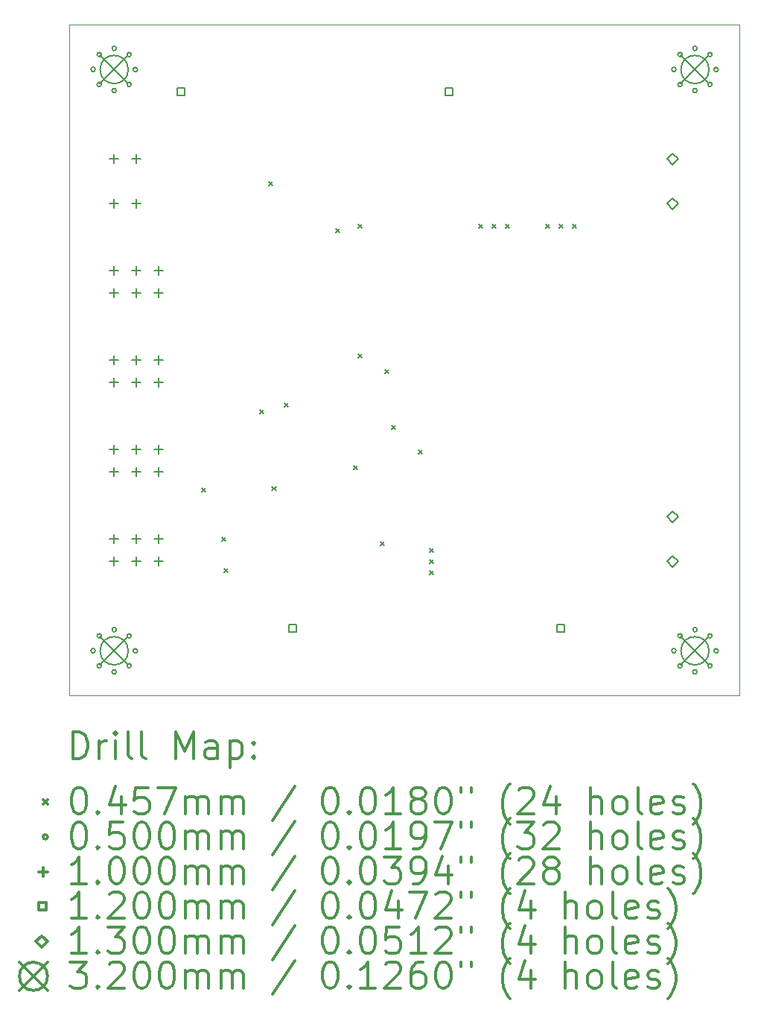
<source format=gbr>
%FSLAX45Y45*%
G04 Gerber Fmt 4.5, Leading zero omitted, Abs format (unit mm)*
G04 Created by KiCad (PCBNEW 5.1.12-84ad8e8a86~92~ubuntu16.04.1) date 2021-11-14 14:14:27*
%MOMM*%
%LPD*%
G01*
G04 APERTURE LIST*
%TA.AperFunction,Profile*%
%ADD10C,0.050000*%
%TD*%
%ADD11C,0.200000*%
%ADD12C,0.300000*%
G04 APERTURE END LIST*
D10*
X10000000Y-5380000D02*
X10000000Y-13000000D01*
X17620000Y-5380000D02*
X10000000Y-5380000D01*
X17620000Y-13000000D02*
X17620000Y-5380000D01*
X10000000Y-13000000D02*
X17620000Y-13000000D01*
D11*
X11501140Y-10640340D02*
X11546860Y-10686060D01*
X11546860Y-10640340D02*
X11501140Y-10686060D01*
X11729740Y-11199140D02*
X11775460Y-11244860D01*
X11775460Y-11199140D02*
X11729740Y-11244860D01*
X11755140Y-11554740D02*
X11800860Y-11600460D01*
X11800860Y-11554740D02*
X11755140Y-11600460D01*
X12161540Y-9751340D02*
X12207260Y-9797060D01*
X12207260Y-9751340D02*
X12161540Y-9797060D01*
X12263140Y-7160540D02*
X12308860Y-7206260D01*
X12308860Y-7160540D02*
X12263140Y-7206260D01*
X12301240Y-10627640D02*
X12346960Y-10673360D01*
X12346960Y-10627640D02*
X12301240Y-10673360D01*
X12440940Y-9675140D02*
X12486660Y-9720860D01*
X12486660Y-9675140D02*
X12440940Y-9720860D01*
X13025140Y-7693940D02*
X13070860Y-7739660D01*
X13070860Y-7693940D02*
X13025140Y-7739660D01*
X13228340Y-10386340D02*
X13274060Y-10432060D01*
X13274060Y-10386340D02*
X13228340Y-10432060D01*
X13279140Y-7643140D02*
X13324860Y-7688860D01*
X13324860Y-7643140D02*
X13279140Y-7688860D01*
X13279140Y-9116340D02*
X13324860Y-9162060D01*
X13324860Y-9116340D02*
X13279140Y-9162060D01*
X13533140Y-11249940D02*
X13578860Y-11295660D01*
X13578860Y-11249940D02*
X13533140Y-11295660D01*
X13583940Y-9294140D02*
X13629660Y-9339860D01*
X13629660Y-9294140D02*
X13583940Y-9339860D01*
X13660140Y-9929140D02*
X13705860Y-9974860D01*
X13705860Y-9929140D02*
X13660140Y-9974860D01*
X13964940Y-10208540D02*
X14010660Y-10254260D01*
X14010660Y-10208540D02*
X13964940Y-10254260D01*
X14091940Y-11326140D02*
X14137660Y-11371860D01*
X14137660Y-11326140D02*
X14091940Y-11371860D01*
X14091940Y-11453140D02*
X14137660Y-11498860D01*
X14137660Y-11453140D02*
X14091940Y-11498860D01*
X14091940Y-11580140D02*
X14137660Y-11625860D01*
X14137660Y-11580140D02*
X14091940Y-11625860D01*
X14650740Y-7643140D02*
X14696460Y-7688860D01*
X14696460Y-7643140D02*
X14650740Y-7688860D01*
X14803140Y-7643140D02*
X14848860Y-7688860D01*
X14848860Y-7643140D02*
X14803140Y-7688860D01*
X14955540Y-7643140D02*
X15001260Y-7688860D01*
X15001260Y-7643140D02*
X14955540Y-7688860D01*
X15412740Y-7643140D02*
X15458460Y-7688860D01*
X15458460Y-7643140D02*
X15412740Y-7688860D01*
X15565140Y-7643140D02*
X15610860Y-7688860D01*
X15610860Y-7643140D02*
X15565140Y-7688860D01*
X15717540Y-7643140D02*
X15763260Y-7688860D01*
X15763260Y-7643140D02*
X15717540Y-7688860D01*
X10293000Y-5888000D02*
G75*
G03*
X10293000Y-5888000I-25000J0D01*
G01*
X10293000Y-12492000D02*
G75*
G03*
X10293000Y-12492000I-25000J0D01*
G01*
X10363294Y-5718294D02*
G75*
G03*
X10363294Y-5718294I-25000J0D01*
G01*
X10363294Y-6057706D02*
G75*
G03*
X10363294Y-6057706I-25000J0D01*
G01*
X10363294Y-12322294D02*
G75*
G03*
X10363294Y-12322294I-25000J0D01*
G01*
X10363294Y-12661706D02*
G75*
G03*
X10363294Y-12661706I-25000J0D01*
G01*
X10533000Y-5648000D02*
G75*
G03*
X10533000Y-5648000I-25000J0D01*
G01*
X10533000Y-6128000D02*
G75*
G03*
X10533000Y-6128000I-25000J0D01*
G01*
X10533000Y-12252000D02*
G75*
G03*
X10533000Y-12252000I-25000J0D01*
G01*
X10533000Y-12732000D02*
G75*
G03*
X10533000Y-12732000I-25000J0D01*
G01*
X10702706Y-5718294D02*
G75*
G03*
X10702706Y-5718294I-25000J0D01*
G01*
X10702706Y-6057706D02*
G75*
G03*
X10702706Y-6057706I-25000J0D01*
G01*
X10702706Y-12322294D02*
G75*
G03*
X10702706Y-12322294I-25000J0D01*
G01*
X10702706Y-12661706D02*
G75*
G03*
X10702706Y-12661706I-25000J0D01*
G01*
X10773000Y-5888000D02*
G75*
G03*
X10773000Y-5888000I-25000J0D01*
G01*
X10773000Y-12492000D02*
G75*
G03*
X10773000Y-12492000I-25000J0D01*
G01*
X16897000Y-5888000D02*
G75*
G03*
X16897000Y-5888000I-25000J0D01*
G01*
X16897000Y-12492000D02*
G75*
G03*
X16897000Y-12492000I-25000J0D01*
G01*
X16967294Y-5718294D02*
G75*
G03*
X16967294Y-5718294I-25000J0D01*
G01*
X16967294Y-6057706D02*
G75*
G03*
X16967294Y-6057706I-25000J0D01*
G01*
X16967294Y-12322294D02*
G75*
G03*
X16967294Y-12322294I-25000J0D01*
G01*
X16967294Y-12661706D02*
G75*
G03*
X16967294Y-12661706I-25000J0D01*
G01*
X17137000Y-5648000D02*
G75*
G03*
X17137000Y-5648000I-25000J0D01*
G01*
X17137000Y-6128000D02*
G75*
G03*
X17137000Y-6128000I-25000J0D01*
G01*
X17137000Y-12252000D02*
G75*
G03*
X17137000Y-12252000I-25000J0D01*
G01*
X17137000Y-12732000D02*
G75*
G03*
X17137000Y-12732000I-25000J0D01*
G01*
X17306706Y-5718294D02*
G75*
G03*
X17306706Y-5718294I-25000J0D01*
G01*
X17306706Y-6057706D02*
G75*
G03*
X17306706Y-6057706I-25000J0D01*
G01*
X17306706Y-12322294D02*
G75*
G03*
X17306706Y-12322294I-25000J0D01*
G01*
X17306706Y-12661706D02*
G75*
G03*
X17306706Y-12661706I-25000J0D01*
G01*
X17377000Y-5888000D02*
G75*
G03*
X17377000Y-5888000I-25000J0D01*
G01*
X17377000Y-12492000D02*
G75*
G03*
X17377000Y-12492000I-25000J0D01*
G01*
X10508000Y-6854000D02*
X10508000Y-6954000D01*
X10458000Y-6904000D02*
X10558000Y-6904000D01*
X10508000Y-7362000D02*
X10508000Y-7462000D01*
X10458000Y-7412000D02*
X10558000Y-7412000D01*
X10508000Y-8124000D02*
X10508000Y-8224000D01*
X10458000Y-8174000D02*
X10558000Y-8174000D01*
X10508000Y-8378000D02*
X10508000Y-8478000D01*
X10458000Y-8428000D02*
X10558000Y-8428000D01*
X10508000Y-9140000D02*
X10508000Y-9240000D01*
X10458000Y-9190000D02*
X10558000Y-9190000D01*
X10508000Y-9394000D02*
X10508000Y-9494000D01*
X10458000Y-9444000D02*
X10558000Y-9444000D01*
X10508000Y-10156000D02*
X10508000Y-10256000D01*
X10458000Y-10206000D02*
X10558000Y-10206000D01*
X10508000Y-10410000D02*
X10508000Y-10510000D01*
X10458000Y-10460000D02*
X10558000Y-10460000D01*
X10508000Y-11172000D02*
X10508000Y-11272000D01*
X10458000Y-11222000D02*
X10558000Y-11222000D01*
X10508000Y-11426000D02*
X10508000Y-11526000D01*
X10458000Y-11476000D02*
X10558000Y-11476000D01*
X10762000Y-6854000D02*
X10762000Y-6954000D01*
X10712000Y-6904000D02*
X10812000Y-6904000D01*
X10762000Y-7362000D02*
X10762000Y-7462000D01*
X10712000Y-7412000D02*
X10812000Y-7412000D01*
X10762000Y-8124000D02*
X10762000Y-8224000D01*
X10712000Y-8174000D02*
X10812000Y-8174000D01*
X10762000Y-8378000D02*
X10762000Y-8478000D01*
X10712000Y-8428000D02*
X10812000Y-8428000D01*
X10762000Y-9140000D02*
X10762000Y-9240000D01*
X10712000Y-9190000D02*
X10812000Y-9190000D01*
X10762000Y-9394000D02*
X10762000Y-9494000D01*
X10712000Y-9444000D02*
X10812000Y-9444000D01*
X10762000Y-10156000D02*
X10762000Y-10256000D01*
X10712000Y-10206000D02*
X10812000Y-10206000D01*
X10762000Y-10410000D02*
X10762000Y-10510000D01*
X10712000Y-10460000D02*
X10812000Y-10460000D01*
X10762000Y-11172000D02*
X10762000Y-11272000D01*
X10712000Y-11222000D02*
X10812000Y-11222000D01*
X10762000Y-11426000D02*
X10762000Y-11526000D01*
X10712000Y-11476000D02*
X10812000Y-11476000D01*
X11016000Y-8124000D02*
X11016000Y-8224000D01*
X10966000Y-8174000D02*
X11066000Y-8174000D01*
X11016000Y-8378000D02*
X11016000Y-8478000D01*
X10966000Y-8428000D02*
X11066000Y-8428000D01*
X11016000Y-9140000D02*
X11016000Y-9240000D01*
X10966000Y-9190000D02*
X11066000Y-9190000D01*
X11016000Y-9394000D02*
X11016000Y-9494000D01*
X10966000Y-9444000D02*
X11066000Y-9444000D01*
X11016000Y-10156000D02*
X11016000Y-10256000D01*
X10966000Y-10206000D02*
X11066000Y-10206000D01*
X11016000Y-10410000D02*
X11016000Y-10510000D01*
X10966000Y-10460000D02*
X11066000Y-10460000D01*
X11016000Y-11172000D02*
X11016000Y-11272000D01*
X10966000Y-11222000D02*
X11066000Y-11222000D01*
X11016000Y-11426000D02*
X11016000Y-11526000D01*
X10966000Y-11476000D02*
X11066000Y-11476000D01*
X11312427Y-6184427D02*
X11312427Y-6099573D01*
X11227573Y-6099573D01*
X11227573Y-6184427D01*
X11312427Y-6184427D01*
X12582427Y-12280427D02*
X12582427Y-12195573D01*
X12497573Y-12195573D01*
X12497573Y-12280427D01*
X12582427Y-12280427D01*
X14360427Y-6184427D02*
X14360427Y-6099573D01*
X14275573Y-6099573D01*
X14275573Y-6184427D01*
X14360427Y-6184427D01*
X15630427Y-12280427D02*
X15630427Y-12195573D01*
X15545573Y-12195573D01*
X15545573Y-12280427D01*
X15630427Y-12280427D01*
X16858000Y-6969000D02*
X16923000Y-6904000D01*
X16858000Y-6839000D01*
X16793000Y-6904000D01*
X16858000Y-6969000D01*
X16858000Y-7477000D02*
X16923000Y-7412000D01*
X16858000Y-7347000D01*
X16793000Y-7412000D01*
X16858000Y-7477000D01*
X16858000Y-11033000D02*
X16923000Y-10968000D01*
X16858000Y-10903000D01*
X16793000Y-10968000D01*
X16858000Y-11033000D01*
X16858000Y-11541000D02*
X16923000Y-11476000D01*
X16858000Y-11411000D01*
X16793000Y-11476000D01*
X16858000Y-11541000D01*
X10348000Y-5728000D02*
X10668000Y-6048000D01*
X10668000Y-5728000D02*
X10348000Y-6048000D01*
X10668000Y-5888000D02*
G75*
G03*
X10668000Y-5888000I-160000J0D01*
G01*
X10348000Y-12332000D02*
X10668000Y-12652000D01*
X10668000Y-12332000D02*
X10348000Y-12652000D01*
X10668000Y-12492000D02*
G75*
G03*
X10668000Y-12492000I-160000J0D01*
G01*
X16952000Y-5728000D02*
X17272000Y-6048000D01*
X17272000Y-5728000D02*
X16952000Y-6048000D01*
X17272000Y-5888000D02*
G75*
G03*
X17272000Y-5888000I-160000J0D01*
G01*
X16952000Y-12332000D02*
X17272000Y-12652000D01*
X17272000Y-12332000D02*
X16952000Y-12652000D01*
X17272000Y-12492000D02*
G75*
G03*
X17272000Y-12492000I-160000J0D01*
G01*
D12*
X10036429Y-13715714D02*
X10036429Y-13415714D01*
X10107857Y-13415714D01*
X10150714Y-13430000D01*
X10179286Y-13458571D01*
X10193571Y-13487143D01*
X10207857Y-13544286D01*
X10207857Y-13587143D01*
X10193571Y-13644286D01*
X10179286Y-13672857D01*
X10150714Y-13701428D01*
X10107857Y-13715714D01*
X10036429Y-13715714D01*
X10336429Y-13715714D02*
X10336429Y-13515714D01*
X10336429Y-13572857D02*
X10350714Y-13544286D01*
X10365000Y-13530000D01*
X10393571Y-13515714D01*
X10422143Y-13515714D01*
X10522143Y-13715714D02*
X10522143Y-13515714D01*
X10522143Y-13415714D02*
X10507857Y-13430000D01*
X10522143Y-13444286D01*
X10536429Y-13430000D01*
X10522143Y-13415714D01*
X10522143Y-13444286D01*
X10707857Y-13715714D02*
X10679286Y-13701428D01*
X10665000Y-13672857D01*
X10665000Y-13415714D01*
X10865000Y-13715714D02*
X10836429Y-13701428D01*
X10822143Y-13672857D01*
X10822143Y-13415714D01*
X11207857Y-13715714D02*
X11207857Y-13415714D01*
X11307857Y-13630000D01*
X11407857Y-13415714D01*
X11407857Y-13715714D01*
X11679286Y-13715714D02*
X11679286Y-13558571D01*
X11665000Y-13530000D01*
X11636428Y-13515714D01*
X11579286Y-13515714D01*
X11550714Y-13530000D01*
X11679286Y-13701428D02*
X11650714Y-13715714D01*
X11579286Y-13715714D01*
X11550714Y-13701428D01*
X11536428Y-13672857D01*
X11536428Y-13644286D01*
X11550714Y-13615714D01*
X11579286Y-13601428D01*
X11650714Y-13601428D01*
X11679286Y-13587143D01*
X11822143Y-13515714D02*
X11822143Y-13815714D01*
X11822143Y-13530000D02*
X11850714Y-13515714D01*
X11907857Y-13515714D01*
X11936428Y-13530000D01*
X11950714Y-13544286D01*
X11965000Y-13572857D01*
X11965000Y-13658571D01*
X11950714Y-13687143D01*
X11936428Y-13701428D01*
X11907857Y-13715714D01*
X11850714Y-13715714D01*
X11822143Y-13701428D01*
X12093571Y-13687143D02*
X12107857Y-13701428D01*
X12093571Y-13715714D01*
X12079286Y-13701428D01*
X12093571Y-13687143D01*
X12093571Y-13715714D01*
X12093571Y-13530000D02*
X12107857Y-13544286D01*
X12093571Y-13558571D01*
X12079286Y-13544286D01*
X12093571Y-13530000D01*
X12093571Y-13558571D01*
X9704280Y-14187140D02*
X9750000Y-14232860D01*
X9750000Y-14187140D02*
X9704280Y-14232860D01*
X10093571Y-14045714D02*
X10122143Y-14045714D01*
X10150714Y-14060000D01*
X10165000Y-14074286D01*
X10179286Y-14102857D01*
X10193571Y-14160000D01*
X10193571Y-14231428D01*
X10179286Y-14288571D01*
X10165000Y-14317143D01*
X10150714Y-14331428D01*
X10122143Y-14345714D01*
X10093571Y-14345714D01*
X10065000Y-14331428D01*
X10050714Y-14317143D01*
X10036429Y-14288571D01*
X10022143Y-14231428D01*
X10022143Y-14160000D01*
X10036429Y-14102857D01*
X10050714Y-14074286D01*
X10065000Y-14060000D01*
X10093571Y-14045714D01*
X10322143Y-14317143D02*
X10336429Y-14331428D01*
X10322143Y-14345714D01*
X10307857Y-14331428D01*
X10322143Y-14317143D01*
X10322143Y-14345714D01*
X10593571Y-14145714D02*
X10593571Y-14345714D01*
X10522143Y-14031428D02*
X10450714Y-14245714D01*
X10636429Y-14245714D01*
X10893571Y-14045714D02*
X10750714Y-14045714D01*
X10736429Y-14188571D01*
X10750714Y-14174286D01*
X10779286Y-14160000D01*
X10850714Y-14160000D01*
X10879286Y-14174286D01*
X10893571Y-14188571D01*
X10907857Y-14217143D01*
X10907857Y-14288571D01*
X10893571Y-14317143D01*
X10879286Y-14331428D01*
X10850714Y-14345714D01*
X10779286Y-14345714D01*
X10750714Y-14331428D01*
X10736429Y-14317143D01*
X11007857Y-14045714D02*
X11207857Y-14045714D01*
X11079286Y-14345714D01*
X11322143Y-14345714D02*
X11322143Y-14145714D01*
X11322143Y-14174286D02*
X11336428Y-14160000D01*
X11365000Y-14145714D01*
X11407857Y-14145714D01*
X11436428Y-14160000D01*
X11450714Y-14188571D01*
X11450714Y-14345714D01*
X11450714Y-14188571D02*
X11465000Y-14160000D01*
X11493571Y-14145714D01*
X11536428Y-14145714D01*
X11565000Y-14160000D01*
X11579286Y-14188571D01*
X11579286Y-14345714D01*
X11722143Y-14345714D02*
X11722143Y-14145714D01*
X11722143Y-14174286D02*
X11736428Y-14160000D01*
X11765000Y-14145714D01*
X11807857Y-14145714D01*
X11836428Y-14160000D01*
X11850714Y-14188571D01*
X11850714Y-14345714D01*
X11850714Y-14188571D02*
X11865000Y-14160000D01*
X11893571Y-14145714D01*
X11936428Y-14145714D01*
X11965000Y-14160000D01*
X11979286Y-14188571D01*
X11979286Y-14345714D01*
X12565000Y-14031428D02*
X12307857Y-14417143D01*
X12950714Y-14045714D02*
X12979286Y-14045714D01*
X13007857Y-14060000D01*
X13022143Y-14074286D01*
X13036428Y-14102857D01*
X13050714Y-14160000D01*
X13050714Y-14231428D01*
X13036428Y-14288571D01*
X13022143Y-14317143D01*
X13007857Y-14331428D01*
X12979286Y-14345714D01*
X12950714Y-14345714D01*
X12922143Y-14331428D01*
X12907857Y-14317143D01*
X12893571Y-14288571D01*
X12879286Y-14231428D01*
X12879286Y-14160000D01*
X12893571Y-14102857D01*
X12907857Y-14074286D01*
X12922143Y-14060000D01*
X12950714Y-14045714D01*
X13179286Y-14317143D02*
X13193571Y-14331428D01*
X13179286Y-14345714D01*
X13165000Y-14331428D01*
X13179286Y-14317143D01*
X13179286Y-14345714D01*
X13379286Y-14045714D02*
X13407857Y-14045714D01*
X13436428Y-14060000D01*
X13450714Y-14074286D01*
X13465000Y-14102857D01*
X13479286Y-14160000D01*
X13479286Y-14231428D01*
X13465000Y-14288571D01*
X13450714Y-14317143D01*
X13436428Y-14331428D01*
X13407857Y-14345714D01*
X13379286Y-14345714D01*
X13350714Y-14331428D01*
X13336428Y-14317143D01*
X13322143Y-14288571D01*
X13307857Y-14231428D01*
X13307857Y-14160000D01*
X13322143Y-14102857D01*
X13336428Y-14074286D01*
X13350714Y-14060000D01*
X13379286Y-14045714D01*
X13765000Y-14345714D02*
X13593571Y-14345714D01*
X13679286Y-14345714D02*
X13679286Y-14045714D01*
X13650714Y-14088571D01*
X13622143Y-14117143D01*
X13593571Y-14131428D01*
X13936428Y-14174286D02*
X13907857Y-14160000D01*
X13893571Y-14145714D01*
X13879286Y-14117143D01*
X13879286Y-14102857D01*
X13893571Y-14074286D01*
X13907857Y-14060000D01*
X13936428Y-14045714D01*
X13993571Y-14045714D01*
X14022143Y-14060000D01*
X14036428Y-14074286D01*
X14050714Y-14102857D01*
X14050714Y-14117143D01*
X14036428Y-14145714D01*
X14022143Y-14160000D01*
X13993571Y-14174286D01*
X13936428Y-14174286D01*
X13907857Y-14188571D01*
X13893571Y-14202857D01*
X13879286Y-14231428D01*
X13879286Y-14288571D01*
X13893571Y-14317143D01*
X13907857Y-14331428D01*
X13936428Y-14345714D01*
X13993571Y-14345714D01*
X14022143Y-14331428D01*
X14036428Y-14317143D01*
X14050714Y-14288571D01*
X14050714Y-14231428D01*
X14036428Y-14202857D01*
X14022143Y-14188571D01*
X13993571Y-14174286D01*
X14236428Y-14045714D02*
X14265000Y-14045714D01*
X14293571Y-14060000D01*
X14307857Y-14074286D01*
X14322143Y-14102857D01*
X14336428Y-14160000D01*
X14336428Y-14231428D01*
X14322143Y-14288571D01*
X14307857Y-14317143D01*
X14293571Y-14331428D01*
X14265000Y-14345714D01*
X14236428Y-14345714D01*
X14207857Y-14331428D01*
X14193571Y-14317143D01*
X14179286Y-14288571D01*
X14165000Y-14231428D01*
X14165000Y-14160000D01*
X14179286Y-14102857D01*
X14193571Y-14074286D01*
X14207857Y-14060000D01*
X14236428Y-14045714D01*
X14450714Y-14045714D02*
X14450714Y-14102857D01*
X14565000Y-14045714D02*
X14565000Y-14102857D01*
X15007857Y-14460000D02*
X14993571Y-14445714D01*
X14965000Y-14402857D01*
X14950714Y-14374286D01*
X14936428Y-14331428D01*
X14922143Y-14260000D01*
X14922143Y-14202857D01*
X14936428Y-14131428D01*
X14950714Y-14088571D01*
X14965000Y-14060000D01*
X14993571Y-14017143D01*
X15007857Y-14002857D01*
X15107857Y-14074286D02*
X15122143Y-14060000D01*
X15150714Y-14045714D01*
X15222143Y-14045714D01*
X15250714Y-14060000D01*
X15265000Y-14074286D01*
X15279286Y-14102857D01*
X15279286Y-14131428D01*
X15265000Y-14174286D01*
X15093571Y-14345714D01*
X15279286Y-14345714D01*
X15536428Y-14145714D02*
X15536428Y-14345714D01*
X15465000Y-14031428D02*
X15393571Y-14245714D01*
X15579286Y-14245714D01*
X15922143Y-14345714D02*
X15922143Y-14045714D01*
X16050714Y-14345714D02*
X16050714Y-14188571D01*
X16036428Y-14160000D01*
X16007857Y-14145714D01*
X15965000Y-14145714D01*
X15936428Y-14160000D01*
X15922143Y-14174286D01*
X16236428Y-14345714D02*
X16207857Y-14331428D01*
X16193571Y-14317143D01*
X16179286Y-14288571D01*
X16179286Y-14202857D01*
X16193571Y-14174286D01*
X16207857Y-14160000D01*
X16236428Y-14145714D01*
X16279286Y-14145714D01*
X16307857Y-14160000D01*
X16322143Y-14174286D01*
X16336428Y-14202857D01*
X16336428Y-14288571D01*
X16322143Y-14317143D01*
X16307857Y-14331428D01*
X16279286Y-14345714D01*
X16236428Y-14345714D01*
X16507857Y-14345714D02*
X16479286Y-14331428D01*
X16465000Y-14302857D01*
X16465000Y-14045714D01*
X16736428Y-14331428D02*
X16707857Y-14345714D01*
X16650714Y-14345714D01*
X16622143Y-14331428D01*
X16607857Y-14302857D01*
X16607857Y-14188571D01*
X16622143Y-14160000D01*
X16650714Y-14145714D01*
X16707857Y-14145714D01*
X16736428Y-14160000D01*
X16750714Y-14188571D01*
X16750714Y-14217143D01*
X16607857Y-14245714D01*
X16865000Y-14331428D02*
X16893571Y-14345714D01*
X16950714Y-14345714D01*
X16979286Y-14331428D01*
X16993571Y-14302857D01*
X16993571Y-14288571D01*
X16979286Y-14260000D01*
X16950714Y-14245714D01*
X16907857Y-14245714D01*
X16879286Y-14231428D01*
X16865000Y-14202857D01*
X16865000Y-14188571D01*
X16879286Y-14160000D01*
X16907857Y-14145714D01*
X16950714Y-14145714D01*
X16979286Y-14160000D01*
X17093571Y-14460000D02*
X17107857Y-14445714D01*
X17136429Y-14402857D01*
X17150714Y-14374286D01*
X17165000Y-14331428D01*
X17179286Y-14260000D01*
X17179286Y-14202857D01*
X17165000Y-14131428D01*
X17150714Y-14088571D01*
X17136429Y-14060000D01*
X17107857Y-14017143D01*
X17093571Y-14002857D01*
X9750000Y-14606000D02*
G75*
G03*
X9750000Y-14606000I-25000J0D01*
G01*
X10093571Y-14441714D02*
X10122143Y-14441714D01*
X10150714Y-14456000D01*
X10165000Y-14470286D01*
X10179286Y-14498857D01*
X10193571Y-14556000D01*
X10193571Y-14627428D01*
X10179286Y-14684571D01*
X10165000Y-14713143D01*
X10150714Y-14727428D01*
X10122143Y-14741714D01*
X10093571Y-14741714D01*
X10065000Y-14727428D01*
X10050714Y-14713143D01*
X10036429Y-14684571D01*
X10022143Y-14627428D01*
X10022143Y-14556000D01*
X10036429Y-14498857D01*
X10050714Y-14470286D01*
X10065000Y-14456000D01*
X10093571Y-14441714D01*
X10322143Y-14713143D02*
X10336429Y-14727428D01*
X10322143Y-14741714D01*
X10307857Y-14727428D01*
X10322143Y-14713143D01*
X10322143Y-14741714D01*
X10607857Y-14441714D02*
X10465000Y-14441714D01*
X10450714Y-14584571D01*
X10465000Y-14570286D01*
X10493571Y-14556000D01*
X10565000Y-14556000D01*
X10593571Y-14570286D01*
X10607857Y-14584571D01*
X10622143Y-14613143D01*
X10622143Y-14684571D01*
X10607857Y-14713143D01*
X10593571Y-14727428D01*
X10565000Y-14741714D01*
X10493571Y-14741714D01*
X10465000Y-14727428D01*
X10450714Y-14713143D01*
X10807857Y-14441714D02*
X10836429Y-14441714D01*
X10865000Y-14456000D01*
X10879286Y-14470286D01*
X10893571Y-14498857D01*
X10907857Y-14556000D01*
X10907857Y-14627428D01*
X10893571Y-14684571D01*
X10879286Y-14713143D01*
X10865000Y-14727428D01*
X10836429Y-14741714D01*
X10807857Y-14741714D01*
X10779286Y-14727428D01*
X10765000Y-14713143D01*
X10750714Y-14684571D01*
X10736429Y-14627428D01*
X10736429Y-14556000D01*
X10750714Y-14498857D01*
X10765000Y-14470286D01*
X10779286Y-14456000D01*
X10807857Y-14441714D01*
X11093571Y-14441714D02*
X11122143Y-14441714D01*
X11150714Y-14456000D01*
X11165000Y-14470286D01*
X11179286Y-14498857D01*
X11193571Y-14556000D01*
X11193571Y-14627428D01*
X11179286Y-14684571D01*
X11165000Y-14713143D01*
X11150714Y-14727428D01*
X11122143Y-14741714D01*
X11093571Y-14741714D01*
X11065000Y-14727428D01*
X11050714Y-14713143D01*
X11036429Y-14684571D01*
X11022143Y-14627428D01*
X11022143Y-14556000D01*
X11036429Y-14498857D01*
X11050714Y-14470286D01*
X11065000Y-14456000D01*
X11093571Y-14441714D01*
X11322143Y-14741714D02*
X11322143Y-14541714D01*
X11322143Y-14570286D02*
X11336428Y-14556000D01*
X11365000Y-14541714D01*
X11407857Y-14541714D01*
X11436428Y-14556000D01*
X11450714Y-14584571D01*
X11450714Y-14741714D01*
X11450714Y-14584571D02*
X11465000Y-14556000D01*
X11493571Y-14541714D01*
X11536428Y-14541714D01*
X11565000Y-14556000D01*
X11579286Y-14584571D01*
X11579286Y-14741714D01*
X11722143Y-14741714D02*
X11722143Y-14541714D01*
X11722143Y-14570286D02*
X11736428Y-14556000D01*
X11765000Y-14541714D01*
X11807857Y-14541714D01*
X11836428Y-14556000D01*
X11850714Y-14584571D01*
X11850714Y-14741714D01*
X11850714Y-14584571D02*
X11865000Y-14556000D01*
X11893571Y-14541714D01*
X11936428Y-14541714D01*
X11965000Y-14556000D01*
X11979286Y-14584571D01*
X11979286Y-14741714D01*
X12565000Y-14427428D02*
X12307857Y-14813143D01*
X12950714Y-14441714D02*
X12979286Y-14441714D01*
X13007857Y-14456000D01*
X13022143Y-14470286D01*
X13036428Y-14498857D01*
X13050714Y-14556000D01*
X13050714Y-14627428D01*
X13036428Y-14684571D01*
X13022143Y-14713143D01*
X13007857Y-14727428D01*
X12979286Y-14741714D01*
X12950714Y-14741714D01*
X12922143Y-14727428D01*
X12907857Y-14713143D01*
X12893571Y-14684571D01*
X12879286Y-14627428D01*
X12879286Y-14556000D01*
X12893571Y-14498857D01*
X12907857Y-14470286D01*
X12922143Y-14456000D01*
X12950714Y-14441714D01*
X13179286Y-14713143D02*
X13193571Y-14727428D01*
X13179286Y-14741714D01*
X13165000Y-14727428D01*
X13179286Y-14713143D01*
X13179286Y-14741714D01*
X13379286Y-14441714D02*
X13407857Y-14441714D01*
X13436428Y-14456000D01*
X13450714Y-14470286D01*
X13465000Y-14498857D01*
X13479286Y-14556000D01*
X13479286Y-14627428D01*
X13465000Y-14684571D01*
X13450714Y-14713143D01*
X13436428Y-14727428D01*
X13407857Y-14741714D01*
X13379286Y-14741714D01*
X13350714Y-14727428D01*
X13336428Y-14713143D01*
X13322143Y-14684571D01*
X13307857Y-14627428D01*
X13307857Y-14556000D01*
X13322143Y-14498857D01*
X13336428Y-14470286D01*
X13350714Y-14456000D01*
X13379286Y-14441714D01*
X13765000Y-14741714D02*
X13593571Y-14741714D01*
X13679286Y-14741714D02*
X13679286Y-14441714D01*
X13650714Y-14484571D01*
X13622143Y-14513143D01*
X13593571Y-14527428D01*
X13907857Y-14741714D02*
X13965000Y-14741714D01*
X13993571Y-14727428D01*
X14007857Y-14713143D01*
X14036428Y-14670286D01*
X14050714Y-14613143D01*
X14050714Y-14498857D01*
X14036428Y-14470286D01*
X14022143Y-14456000D01*
X13993571Y-14441714D01*
X13936428Y-14441714D01*
X13907857Y-14456000D01*
X13893571Y-14470286D01*
X13879286Y-14498857D01*
X13879286Y-14570286D01*
X13893571Y-14598857D01*
X13907857Y-14613143D01*
X13936428Y-14627428D01*
X13993571Y-14627428D01*
X14022143Y-14613143D01*
X14036428Y-14598857D01*
X14050714Y-14570286D01*
X14150714Y-14441714D02*
X14350714Y-14441714D01*
X14222143Y-14741714D01*
X14450714Y-14441714D02*
X14450714Y-14498857D01*
X14565000Y-14441714D02*
X14565000Y-14498857D01*
X15007857Y-14856000D02*
X14993571Y-14841714D01*
X14965000Y-14798857D01*
X14950714Y-14770286D01*
X14936428Y-14727428D01*
X14922143Y-14656000D01*
X14922143Y-14598857D01*
X14936428Y-14527428D01*
X14950714Y-14484571D01*
X14965000Y-14456000D01*
X14993571Y-14413143D01*
X15007857Y-14398857D01*
X15093571Y-14441714D02*
X15279286Y-14441714D01*
X15179286Y-14556000D01*
X15222143Y-14556000D01*
X15250714Y-14570286D01*
X15265000Y-14584571D01*
X15279286Y-14613143D01*
X15279286Y-14684571D01*
X15265000Y-14713143D01*
X15250714Y-14727428D01*
X15222143Y-14741714D01*
X15136428Y-14741714D01*
X15107857Y-14727428D01*
X15093571Y-14713143D01*
X15393571Y-14470286D02*
X15407857Y-14456000D01*
X15436428Y-14441714D01*
X15507857Y-14441714D01*
X15536428Y-14456000D01*
X15550714Y-14470286D01*
X15565000Y-14498857D01*
X15565000Y-14527428D01*
X15550714Y-14570286D01*
X15379286Y-14741714D01*
X15565000Y-14741714D01*
X15922143Y-14741714D02*
X15922143Y-14441714D01*
X16050714Y-14741714D02*
X16050714Y-14584571D01*
X16036428Y-14556000D01*
X16007857Y-14541714D01*
X15965000Y-14541714D01*
X15936428Y-14556000D01*
X15922143Y-14570286D01*
X16236428Y-14741714D02*
X16207857Y-14727428D01*
X16193571Y-14713143D01*
X16179286Y-14684571D01*
X16179286Y-14598857D01*
X16193571Y-14570286D01*
X16207857Y-14556000D01*
X16236428Y-14541714D01*
X16279286Y-14541714D01*
X16307857Y-14556000D01*
X16322143Y-14570286D01*
X16336428Y-14598857D01*
X16336428Y-14684571D01*
X16322143Y-14713143D01*
X16307857Y-14727428D01*
X16279286Y-14741714D01*
X16236428Y-14741714D01*
X16507857Y-14741714D02*
X16479286Y-14727428D01*
X16465000Y-14698857D01*
X16465000Y-14441714D01*
X16736428Y-14727428D02*
X16707857Y-14741714D01*
X16650714Y-14741714D01*
X16622143Y-14727428D01*
X16607857Y-14698857D01*
X16607857Y-14584571D01*
X16622143Y-14556000D01*
X16650714Y-14541714D01*
X16707857Y-14541714D01*
X16736428Y-14556000D01*
X16750714Y-14584571D01*
X16750714Y-14613143D01*
X16607857Y-14641714D01*
X16865000Y-14727428D02*
X16893571Y-14741714D01*
X16950714Y-14741714D01*
X16979286Y-14727428D01*
X16993571Y-14698857D01*
X16993571Y-14684571D01*
X16979286Y-14656000D01*
X16950714Y-14641714D01*
X16907857Y-14641714D01*
X16879286Y-14627428D01*
X16865000Y-14598857D01*
X16865000Y-14584571D01*
X16879286Y-14556000D01*
X16907857Y-14541714D01*
X16950714Y-14541714D01*
X16979286Y-14556000D01*
X17093571Y-14856000D02*
X17107857Y-14841714D01*
X17136429Y-14798857D01*
X17150714Y-14770286D01*
X17165000Y-14727428D01*
X17179286Y-14656000D01*
X17179286Y-14598857D01*
X17165000Y-14527428D01*
X17150714Y-14484571D01*
X17136429Y-14456000D01*
X17107857Y-14413143D01*
X17093571Y-14398857D01*
X9700000Y-14952000D02*
X9700000Y-15052000D01*
X9650000Y-15002000D02*
X9750000Y-15002000D01*
X10193571Y-15137714D02*
X10022143Y-15137714D01*
X10107857Y-15137714D02*
X10107857Y-14837714D01*
X10079286Y-14880571D01*
X10050714Y-14909143D01*
X10022143Y-14923428D01*
X10322143Y-15109143D02*
X10336429Y-15123428D01*
X10322143Y-15137714D01*
X10307857Y-15123428D01*
X10322143Y-15109143D01*
X10322143Y-15137714D01*
X10522143Y-14837714D02*
X10550714Y-14837714D01*
X10579286Y-14852000D01*
X10593571Y-14866286D01*
X10607857Y-14894857D01*
X10622143Y-14952000D01*
X10622143Y-15023428D01*
X10607857Y-15080571D01*
X10593571Y-15109143D01*
X10579286Y-15123428D01*
X10550714Y-15137714D01*
X10522143Y-15137714D01*
X10493571Y-15123428D01*
X10479286Y-15109143D01*
X10465000Y-15080571D01*
X10450714Y-15023428D01*
X10450714Y-14952000D01*
X10465000Y-14894857D01*
X10479286Y-14866286D01*
X10493571Y-14852000D01*
X10522143Y-14837714D01*
X10807857Y-14837714D02*
X10836429Y-14837714D01*
X10865000Y-14852000D01*
X10879286Y-14866286D01*
X10893571Y-14894857D01*
X10907857Y-14952000D01*
X10907857Y-15023428D01*
X10893571Y-15080571D01*
X10879286Y-15109143D01*
X10865000Y-15123428D01*
X10836429Y-15137714D01*
X10807857Y-15137714D01*
X10779286Y-15123428D01*
X10765000Y-15109143D01*
X10750714Y-15080571D01*
X10736429Y-15023428D01*
X10736429Y-14952000D01*
X10750714Y-14894857D01*
X10765000Y-14866286D01*
X10779286Y-14852000D01*
X10807857Y-14837714D01*
X11093571Y-14837714D02*
X11122143Y-14837714D01*
X11150714Y-14852000D01*
X11165000Y-14866286D01*
X11179286Y-14894857D01*
X11193571Y-14952000D01*
X11193571Y-15023428D01*
X11179286Y-15080571D01*
X11165000Y-15109143D01*
X11150714Y-15123428D01*
X11122143Y-15137714D01*
X11093571Y-15137714D01*
X11065000Y-15123428D01*
X11050714Y-15109143D01*
X11036429Y-15080571D01*
X11022143Y-15023428D01*
X11022143Y-14952000D01*
X11036429Y-14894857D01*
X11050714Y-14866286D01*
X11065000Y-14852000D01*
X11093571Y-14837714D01*
X11322143Y-15137714D02*
X11322143Y-14937714D01*
X11322143Y-14966286D02*
X11336428Y-14952000D01*
X11365000Y-14937714D01*
X11407857Y-14937714D01*
X11436428Y-14952000D01*
X11450714Y-14980571D01*
X11450714Y-15137714D01*
X11450714Y-14980571D02*
X11465000Y-14952000D01*
X11493571Y-14937714D01*
X11536428Y-14937714D01*
X11565000Y-14952000D01*
X11579286Y-14980571D01*
X11579286Y-15137714D01*
X11722143Y-15137714D02*
X11722143Y-14937714D01*
X11722143Y-14966286D02*
X11736428Y-14952000D01*
X11765000Y-14937714D01*
X11807857Y-14937714D01*
X11836428Y-14952000D01*
X11850714Y-14980571D01*
X11850714Y-15137714D01*
X11850714Y-14980571D02*
X11865000Y-14952000D01*
X11893571Y-14937714D01*
X11936428Y-14937714D01*
X11965000Y-14952000D01*
X11979286Y-14980571D01*
X11979286Y-15137714D01*
X12565000Y-14823428D02*
X12307857Y-15209143D01*
X12950714Y-14837714D02*
X12979286Y-14837714D01*
X13007857Y-14852000D01*
X13022143Y-14866286D01*
X13036428Y-14894857D01*
X13050714Y-14952000D01*
X13050714Y-15023428D01*
X13036428Y-15080571D01*
X13022143Y-15109143D01*
X13007857Y-15123428D01*
X12979286Y-15137714D01*
X12950714Y-15137714D01*
X12922143Y-15123428D01*
X12907857Y-15109143D01*
X12893571Y-15080571D01*
X12879286Y-15023428D01*
X12879286Y-14952000D01*
X12893571Y-14894857D01*
X12907857Y-14866286D01*
X12922143Y-14852000D01*
X12950714Y-14837714D01*
X13179286Y-15109143D02*
X13193571Y-15123428D01*
X13179286Y-15137714D01*
X13165000Y-15123428D01*
X13179286Y-15109143D01*
X13179286Y-15137714D01*
X13379286Y-14837714D02*
X13407857Y-14837714D01*
X13436428Y-14852000D01*
X13450714Y-14866286D01*
X13465000Y-14894857D01*
X13479286Y-14952000D01*
X13479286Y-15023428D01*
X13465000Y-15080571D01*
X13450714Y-15109143D01*
X13436428Y-15123428D01*
X13407857Y-15137714D01*
X13379286Y-15137714D01*
X13350714Y-15123428D01*
X13336428Y-15109143D01*
X13322143Y-15080571D01*
X13307857Y-15023428D01*
X13307857Y-14952000D01*
X13322143Y-14894857D01*
X13336428Y-14866286D01*
X13350714Y-14852000D01*
X13379286Y-14837714D01*
X13579286Y-14837714D02*
X13765000Y-14837714D01*
X13665000Y-14952000D01*
X13707857Y-14952000D01*
X13736428Y-14966286D01*
X13750714Y-14980571D01*
X13765000Y-15009143D01*
X13765000Y-15080571D01*
X13750714Y-15109143D01*
X13736428Y-15123428D01*
X13707857Y-15137714D01*
X13622143Y-15137714D01*
X13593571Y-15123428D01*
X13579286Y-15109143D01*
X13907857Y-15137714D02*
X13965000Y-15137714D01*
X13993571Y-15123428D01*
X14007857Y-15109143D01*
X14036428Y-15066286D01*
X14050714Y-15009143D01*
X14050714Y-14894857D01*
X14036428Y-14866286D01*
X14022143Y-14852000D01*
X13993571Y-14837714D01*
X13936428Y-14837714D01*
X13907857Y-14852000D01*
X13893571Y-14866286D01*
X13879286Y-14894857D01*
X13879286Y-14966286D01*
X13893571Y-14994857D01*
X13907857Y-15009143D01*
X13936428Y-15023428D01*
X13993571Y-15023428D01*
X14022143Y-15009143D01*
X14036428Y-14994857D01*
X14050714Y-14966286D01*
X14307857Y-14937714D02*
X14307857Y-15137714D01*
X14236428Y-14823428D02*
X14165000Y-15037714D01*
X14350714Y-15037714D01*
X14450714Y-14837714D02*
X14450714Y-14894857D01*
X14565000Y-14837714D02*
X14565000Y-14894857D01*
X15007857Y-15252000D02*
X14993571Y-15237714D01*
X14965000Y-15194857D01*
X14950714Y-15166286D01*
X14936428Y-15123428D01*
X14922143Y-15052000D01*
X14922143Y-14994857D01*
X14936428Y-14923428D01*
X14950714Y-14880571D01*
X14965000Y-14852000D01*
X14993571Y-14809143D01*
X15007857Y-14794857D01*
X15107857Y-14866286D02*
X15122143Y-14852000D01*
X15150714Y-14837714D01*
X15222143Y-14837714D01*
X15250714Y-14852000D01*
X15265000Y-14866286D01*
X15279286Y-14894857D01*
X15279286Y-14923428D01*
X15265000Y-14966286D01*
X15093571Y-15137714D01*
X15279286Y-15137714D01*
X15450714Y-14966286D02*
X15422143Y-14952000D01*
X15407857Y-14937714D01*
X15393571Y-14909143D01*
X15393571Y-14894857D01*
X15407857Y-14866286D01*
X15422143Y-14852000D01*
X15450714Y-14837714D01*
X15507857Y-14837714D01*
X15536428Y-14852000D01*
X15550714Y-14866286D01*
X15565000Y-14894857D01*
X15565000Y-14909143D01*
X15550714Y-14937714D01*
X15536428Y-14952000D01*
X15507857Y-14966286D01*
X15450714Y-14966286D01*
X15422143Y-14980571D01*
X15407857Y-14994857D01*
X15393571Y-15023428D01*
X15393571Y-15080571D01*
X15407857Y-15109143D01*
X15422143Y-15123428D01*
X15450714Y-15137714D01*
X15507857Y-15137714D01*
X15536428Y-15123428D01*
X15550714Y-15109143D01*
X15565000Y-15080571D01*
X15565000Y-15023428D01*
X15550714Y-14994857D01*
X15536428Y-14980571D01*
X15507857Y-14966286D01*
X15922143Y-15137714D02*
X15922143Y-14837714D01*
X16050714Y-15137714D02*
X16050714Y-14980571D01*
X16036428Y-14952000D01*
X16007857Y-14937714D01*
X15965000Y-14937714D01*
X15936428Y-14952000D01*
X15922143Y-14966286D01*
X16236428Y-15137714D02*
X16207857Y-15123428D01*
X16193571Y-15109143D01*
X16179286Y-15080571D01*
X16179286Y-14994857D01*
X16193571Y-14966286D01*
X16207857Y-14952000D01*
X16236428Y-14937714D01*
X16279286Y-14937714D01*
X16307857Y-14952000D01*
X16322143Y-14966286D01*
X16336428Y-14994857D01*
X16336428Y-15080571D01*
X16322143Y-15109143D01*
X16307857Y-15123428D01*
X16279286Y-15137714D01*
X16236428Y-15137714D01*
X16507857Y-15137714D02*
X16479286Y-15123428D01*
X16465000Y-15094857D01*
X16465000Y-14837714D01*
X16736428Y-15123428D02*
X16707857Y-15137714D01*
X16650714Y-15137714D01*
X16622143Y-15123428D01*
X16607857Y-15094857D01*
X16607857Y-14980571D01*
X16622143Y-14952000D01*
X16650714Y-14937714D01*
X16707857Y-14937714D01*
X16736428Y-14952000D01*
X16750714Y-14980571D01*
X16750714Y-15009143D01*
X16607857Y-15037714D01*
X16865000Y-15123428D02*
X16893571Y-15137714D01*
X16950714Y-15137714D01*
X16979286Y-15123428D01*
X16993571Y-15094857D01*
X16993571Y-15080571D01*
X16979286Y-15052000D01*
X16950714Y-15037714D01*
X16907857Y-15037714D01*
X16879286Y-15023428D01*
X16865000Y-14994857D01*
X16865000Y-14980571D01*
X16879286Y-14952000D01*
X16907857Y-14937714D01*
X16950714Y-14937714D01*
X16979286Y-14952000D01*
X17093571Y-15252000D02*
X17107857Y-15237714D01*
X17136429Y-15194857D01*
X17150714Y-15166286D01*
X17165000Y-15123428D01*
X17179286Y-15052000D01*
X17179286Y-14994857D01*
X17165000Y-14923428D01*
X17150714Y-14880571D01*
X17136429Y-14852000D01*
X17107857Y-14809143D01*
X17093571Y-14794857D01*
X9732427Y-15440427D02*
X9732427Y-15355573D01*
X9647573Y-15355573D01*
X9647573Y-15440427D01*
X9732427Y-15440427D01*
X10193571Y-15533714D02*
X10022143Y-15533714D01*
X10107857Y-15533714D02*
X10107857Y-15233714D01*
X10079286Y-15276571D01*
X10050714Y-15305143D01*
X10022143Y-15319428D01*
X10322143Y-15505143D02*
X10336429Y-15519428D01*
X10322143Y-15533714D01*
X10307857Y-15519428D01*
X10322143Y-15505143D01*
X10322143Y-15533714D01*
X10450714Y-15262286D02*
X10465000Y-15248000D01*
X10493571Y-15233714D01*
X10565000Y-15233714D01*
X10593571Y-15248000D01*
X10607857Y-15262286D01*
X10622143Y-15290857D01*
X10622143Y-15319428D01*
X10607857Y-15362286D01*
X10436429Y-15533714D01*
X10622143Y-15533714D01*
X10807857Y-15233714D02*
X10836429Y-15233714D01*
X10865000Y-15248000D01*
X10879286Y-15262286D01*
X10893571Y-15290857D01*
X10907857Y-15348000D01*
X10907857Y-15419428D01*
X10893571Y-15476571D01*
X10879286Y-15505143D01*
X10865000Y-15519428D01*
X10836429Y-15533714D01*
X10807857Y-15533714D01*
X10779286Y-15519428D01*
X10765000Y-15505143D01*
X10750714Y-15476571D01*
X10736429Y-15419428D01*
X10736429Y-15348000D01*
X10750714Y-15290857D01*
X10765000Y-15262286D01*
X10779286Y-15248000D01*
X10807857Y-15233714D01*
X11093571Y-15233714D02*
X11122143Y-15233714D01*
X11150714Y-15248000D01*
X11165000Y-15262286D01*
X11179286Y-15290857D01*
X11193571Y-15348000D01*
X11193571Y-15419428D01*
X11179286Y-15476571D01*
X11165000Y-15505143D01*
X11150714Y-15519428D01*
X11122143Y-15533714D01*
X11093571Y-15533714D01*
X11065000Y-15519428D01*
X11050714Y-15505143D01*
X11036429Y-15476571D01*
X11022143Y-15419428D01*
X11022143Y-15348000D01*
X11036429Y-15290857D01*
X11050714Y-15262286D01*
X11065000Y-15248000D01*
X11093571Y-15233714D01*
X11322143Y-15533714D02*
X11322143Y-15333714D01*
X11322143Y-15362286D02*
X11336428Y-15348000D01*
X11365000Y-15333714D01*
X11407857Y-15333714D01*
X11436428Y-15348000D01*
X11450714Y-15376571D01*
X11450714Y-15533714D01*
X11450714Y-15376571D02*
X11465000Y-15348000D01*
X11493571Y-15333714D01*
X11536428Y-15333714D01*
X11565000Y-15348000D01*
X11579286Y-15376571D01*
X11579286Y-15533714D01*
X11722143Y-15533714D02*
X11722143Y-15333714D01*
X11722143Y-15362286D02*
X11736428Y-15348000D01*
X11765000Y-15333714D01*
X11807857Y-15333714D01*
X11836428Y-15348000D01*
X11850714Y-15376571D01*
X11850714Y-15533714D01*
X11850714Y-15376571D02*
X11865000Y-15348000D01*
X11893571Y-15333714D01*
X11936428Y-15333714D01*
X11965000Y-15348000D01*
X11979286Y-15376571D01*
X11979286Y-15533714D01*
X12565000Y-15219428D02*
X12307857Y-15605143D01*
X12950714Y-15233714D02*
X12979286Y-15233714D01*
X13007857Y-15248000D01*
X13022143Y-15262286D01*
X13036428Y-15290857D01*
X13050714Y-15348000D01*
X13050714Y-15419428D01*
X13036428Y-15476571D01*
X13022143Y-15505143D01*
X13007857Y-15519428D01*
X12979286Y-15533714D01*
X12950714Y-15533714D01*
X12922143Y-15519428D01*
X12907857Y-15505143D01*
X12893571Y-15476571D01*
X12879286Y-15419428D01*
X12879286Y-15348000D01*
X12893571Y-15290857D01*
X12907857Y-15262286D01*
X12922143Y-15248000D01*
X12950714Y-15233714D01*
X13179286Y-15505143D02*
X13193571Y-15519428D01*
X13179286Y-15533714D01*
X13165000Y-15519428D01*
X13179286Y-15505143D01*
X13179286Y-15533714D01*
X13379286Y-15233714D02*
X13407857Y-15233714D01*
X13436428Y-15248000D01*
X13450714Y-15262286D01*
X13465000Y-15290857D01*
X13479286Y-15348000D01*
X13479286Y-15419428D01*
X13465000Y-15476571D01*
X13450714Y-15505143D01*
X13436428Y-15519428D01*
X13407857Y-15533714D01*
X13379286Y-15533714D01*
X13350714Y-15519428D01*
X13336428Y-15505143D01*
X13322143Y-15476571D01*
X13307857Y-15419428D01*
X13307857Y-15348000D01*
X13322143Y-15290857D01*
X13336428Y-15262286D01*
X13350714Y-15248000D01*
X13379286Y-15233714D01*
X13736428Y-15333714D02*
X13736428Y-15533714D01*
X13665000Y-15219428D02*
X13593571Y-15433714D01*
X13779286Y-15433714D01*
X13865000Y-15233714D02*
X14065000Y-15233714D01*
X13936428Y-15533714D01*
X14165000Y-15262286D02*
X14179286Y-15248000D01*
X14207857Y-15233714D01*
X14279286Y-15233714D01*
X14307857Y-15248000D01*
X14322143Y-15262286D01*
X14336428Y-15290857D01*
X14336428Y-15319428D01*
X14322143Y-15362286D01*
X14150714Y-15533714D01*
X14336428Y-15533714D01*
X14450714Y-15233714D02*
X14450714Y-15290857D01*
X14565000Y-15233714D02*
X14565000Y-15290857D01*
X15007857Y-15648000D02*
X14993571Y-15633714D01*
X14965000Y-15590857D01*
X14950714Y-15562286D01*
X14936428Y-15519428D01*
X14922143Y-15448000D01*
X14922143Y-15390857D01*
X14936428Y-15319428D01*
X14950714Y-15276571D01*
X14965000Y-15248000D01*
X14993571Y-15205143D01*
X15007857Y-15190857D01*
X15250714Y-15333714D02*
X15250714Y-15533714D01*
X15179286Y-15219428D02*
X15107857Y-15433714D01*
X15293571Y-15433714D01*
X15636428Y-15533714D02*
X15636428Y-15233714D01*
X15765000Y-15533714D02*
X15765000Y-15376571D01*
X15750714Y-15348000D01*
X15722143Y-15333714D01*
X15679286Y-15333714D01*
X15650714Y-15348000D01*
X15636428Y-15362286D01*
X15950714Y-15533714D02*
X15922143Y-15519428D01*
X15907857Y-15505143D01*
X15893571Y-15476571D01*
X15893571Y-15390857D01*
X15907857Y-15362286D01*
X15922143Y-15348000D01*
X15950714Y-15333714D01*
X15993571Y-15333714D01*
X16022143Y-15348000D01*
X16036428Y-15362286D01*
X16050714Y-15390857D01*
X16050714Y-15476571D01*
X16036428Y-15505143D01*
X16022143Y-15519428D01*
X15993571Y-15533714D01*
X15950714Y-15533714D01*
X16222143Y-15533714D02*
X16193571Y-15519428D01*
X16179286Y-15490857D01*
X16179286Y-15233714D01*
X16450714Y-15519428D02*
X16422143Y-15533714D01*
X16365000Y-15533714D01*
X16336428Y-15519428D01*
X16322143Y-15490857D01*
X16322143Y-15376571D01*
X16336428Y-15348000D01*
X16365000Y-15333714D01*
X16422143Y-15333714D01*
X16450714Y-15348000D01*
X16465000Y-15376571D01*
X16465000Y-15405143D01*
X16322143Y-15433714D01*
X16579286Y-15519428D02*
X16607857Y-15533714D01*
X16665000Y-15533714D01*
X16693571Y-15519428D01*
X16707857Y-15490857D01*
X16707857Y-15476571D01*
X16693571Y-15448000D01*
X16665000Y-15433714D01*
X16622143Y-15433714D01*
X16593571Y-15419428D01*
X16579286Y-15390857D01*
X16579286Y-15376571D01*
X16593571Y-15348000D01*
X16622143Y-15333714D01*
X16665000Y-15333714D01*
X16693571Y-15348000D01*
X16807857Y-15648000D02*
X16822143Y-15633714D01*
X16850714Y-15590857D01*
X16865000Y-15562286D01*
X16879286Y-15519428D01*
X16893571Y-15448000D01*
X16893571Y-15390857D01*
X16879286Y-15319428D01*
X16865000Y-15276571D01*
X16850714Y-15248000D01*
X16822143Y-15205143D01*
X16807857Y-15190857D01*
X9685000Y-15859000D02*
X9750000Y-15794000D01*
X9685000Y-15729000D01*
X9620000Y-15794000D01*
X9685000Y-15859000D01*
X10193571Y-15929714D02*
X10022143Y-15929714D01*
X10107857Y-15929714D02*
X10107857Y-15629714D01*
X10079286Y-15672571D01*
X10050714Y-15701143D01*
X10022143Y-15715428D01*
X10322143Y-15901143D02*
X10336429Y-15915428D01*
X10322143Y-15929714D01*
X10307857Y-15915428D01*
X10322143Y-15901143D01*
X10322143Y-15929714D01*
X10436429Y-15629714D02*
X10622143Y-15629714D01*
X10522143Y-15744000D01*
X10565000Y-15744000D01*
X10593571Y-15758286D01*
X10607857Y-15772571D01*
X10622143Y-15801143D01*
X10622143Y-15872571D01*
X10607857Y-15901143D01*
X10593571Y-15915428D01*
X10565000Y-15929714D01*
X10479286Y-15929714D01*
X10450714Y-15915428D01*
X10436429Y-15901143D01*
X10807857Y-15629714D02*
X10836429Y-15629714D01*
X10865000Y-15644000D01*
X10879286Y-15658286D01*
X10893571Y-15686857D01*
X10907857Y-15744000D01*
X10907857Y-15815428D01*
X10893571Y-15872571D01*
X10879286Y-15901143D01*
X10865000Y-15915428D01*
X10836429Y-15929714D01*
X10807857Y-15929714D01*
X10779286Y-15915428D01*
X10765000Y-15901143D01*
X10750714Y-15872571D01*
X10736429Y-15815428D01*
X10736429Y-15744000D01*
X10750714Y-15686857D01*
X10765000Y-15658286D01*
X10779286Y-15644000D01*
X10807857Y-15629714D01*
X11093571Y-15629714D02*
X11122143Y-15629714D01*
X11150714Y-15644000D01*
X11165000Y-15658286D01*
X11179286Y-15686857D01*
X11193571Y-15744000D01*
X11193571Y-15815428D01*
X11179286Y-15872571D01*
X11165000Y-15901143D01*
X11150714Y-15915428D01*
X11122143Y-15929714D01*
X11093571Y-15929714D01*
X11065000Y-15915428D01*
X11050714Y-15901143D01*
X11036429Y-15872571D01*
X11022143Y-15815428D01*
X11022143Y-15744000D01*
X11036429Y-15686857D01*
X11050714Y-15658286D01*
X11065000Y-15644000D01*
X11093571Y-15629714D01*
X11322143Y-15929714D02*
X11322143Y-15729714D01*
X11322143Y-15758286D02*
X11336428Y-15744000D01*
X11365000Y-15729714D01*
X11407857Y-15729714D01*
X11436428Y-15744000D01*
X11450714Y-15772571D01*
X11450714Y-15929714D01*
X11450714Y-15772571D02*
X11465000Y-15744000D01*
X11493571Y-15729714D01*
X11536428Y-15729714D01*
X11565000Y-15744000D01*
X11579286Y-15772571D01*
X11579286Y-15929714D01*
X11722143Y-15929714D02*
X11722143Y-15729714D01*
X11722143Y-15758286D02*
X11736428Y-15744000D01*
X11765000Y-15729714D01*
X11807857Y-15729714D01*
X11836428Y-15744000D01*
X11850714Y-15772571D01*
X11850714Y-15929714D01*
X11850714Y-15772571D02*
X11865000Y-15744000D01*
X11893571Y-15729714D01*
X11936428Y-15729714D01*
X11965000Y-15744000D01*
X11979286Y-15772571D01*
X11979286Y-15929714D01*
X12565000Y-15615428D02*
X12307857Y-16001143D01*
X12950714Y-15629714D02*
X12979286Y-15629714D01*
X13007857Y-15644000D01*
X13022143Y-15658286D01*
X13036428Y-15686857D01*
X13050714Y-15744000D01*
X13050714Y-15815428D01*
X13036428Y-15872571D01*
X13022143Y-15901143D01*
X13007857Y-15915428D01*
X12979286Y-15929714D01*
X12950714Y-15929714D01*
X12922143Y-15915428D01*
X12907857Y-15901143D01*
X12893571Y-15872571D01*
X12879286Y-15815428D01*
X12879286Y-15744000D01*
X12893571Y-15686857D01*
X12907857Y-15658286D01*
X12922143Y-15644000D01*
X12950714Y-15629714D01*
X13179286Y-15901143D02*
X13193571Y-15915428D01*
X13179286Y-15929714D01*
X13165000Y-15915428D01*
X13179286Y-15901143D01*
X13179286Y-15929714D01*
X13379286Y-15629714D02*
X13407857Y-15629714D01*
X13436428Y-15644000D01*
X13450714Y-15658286D01*
X13465000Y-15686857D01*
X13479286Y-15744000D01*
X13479286Y-15815428D01*
X13465000Y-15872571D01*
X13450714Y-15901143D01*
X13436428Y-15915428D01*
X13407857Y-15929714D01*
X13379286Y-15929714D01*
X13350714Y-15915428D01*
X13336428Y-15901143D01*
X13322143Y-15872571D01*
X13307857Y-15815428D01*
X13307857Y-15744000D01*
X13322143Y-15686857D01*
X13336428Y-15658286D01*
X13350714Y-15644000D01*
X13379286Y-15629714D01*
X13750714Y-15629714D02*
X13607857Y-15629714D01*
X13593571Y-15772571D01*
X13607857Y-15758286D01*
X13636428Y-15744000D01*
X13707857Y-15744000D01*
X13736428Y-15758286D01*
X13750714Y-15772571D01*
X13765000Y-15801143D01*
X13765000Y-15872571D01*
X13750714Y-15901143D01*
X13736428Y-15915428D01*
X13707857Y-15929714D01*
X13636428Y-15929714D01*
X13607857Y-15915428D01*
X13593571Y-15901143D01*
X14050714Y-15929714D02*
X13879286Y-15929714D01*
X13965000Y-15929714D02*
X13965000Y-15629714D01*
X13936428Y-15672571D01*
X13907857Y-15701143D01*
X13879286Y-15715428D01*
X14165000Y-15658286D02*
X14179286Y-15644000D01*
X14207857Y-15629714D01*
X14279286Y-15629714D01*
X14307857Y-15644000D01*
X14322143Y-15658286D01*
X14336428Y-15686857D01*
X14336428Y-15715428D01*
X14322143Y-15758286D01*
X14150714Y-15929714D01*
X14336428Y-15929714D01*
X14450714Y-15629714D02*
X14450714Y-15686857D01*
X14565000Y-15629714D02*
X14565000Y-15686857D01*
X15007857Y-16044000D02*
X14993571Y-16029714D01*
X14965000Y-15986857D01*
X14950714Y-15958286D01*
X14936428Y-15915428D01*
X14922143Y-15844000D01*
X14922143Y-15786857D01*
X14936428Y-15715428D01*
X14950714Y-15672571D01*
X14965000Y-15644000D01*
X14993571Y-15601143D01*
X15007857Y-15586857D01*
X15250714Y-15729714D02*
X15250714Y-15929714D01*
X15179286Y-15615428D02*
X15107857Y-15829714D01*
X15293571Y-15829714D01*
X15636428Y-15929714D02*
X15636428Y-15629714D01*
X15765000Y-15929714D02*
X15765000Y-15772571D01*
X15750714Y-15744000D01*
X15722143Y-15729714D01*
X15679286Y-15729714D01*
X15650714Y-15744000D01*
X15636428Y-15758286D01*
X15950714Y-15929714D02*
X15922143Y-15915428D01*
X15907857Y-15901143D01*
X15893571Y-15872571D01*
X15893571Y-15786857D01*
X15907857Y-15758286D01*
X15922143Y-15744000D01*
X15950714Y-15729714D01*
X15993571Y-15729714D01*
X16022143Y-15744000D01*
X16036428Y-15758286D01*
X16050714Y-15786857D01*
X16050714Y-15872571D01*
X16036428Y-15901143D01*
X16022143Y-15915428D01*
X15993571Y-15929714D01*
X15950714Y-15929714D01*
X16222143Y-15929714D02*
X16193571Y-15915428D01*
X16179286Y-15886857D01*
X16179286Y-15629714D01*
X16450714Y-15915428D02*
X16422143Y-15929714D01*
X16365000Y-15929714D01*
X16336428Y-15915428D01*
X16322143Y-15886857D01*
X16322143Y-15772571D01*
X16336428Y-15744000D01*
X16365000Y-15729714D01*
X16422143Y-15729714D01*
X16450714Y-15744000D01*
X16465000Y-15772571D01*
X16465000Y-15801143D01*
X16322143Y-15829714D01*
X16579286Y-15915428D02*
X16607857Y-15929714D01*
X16665000Y-15929714D01*
X16693571Y-15915428D01*
X16707857Y-15886857D01*
X16707857Y-15872571D01*
X16693571Y-15844000D01*
X16665000Y-15829714D01*
X16622143Y-15829714D01*
X16593571Y-15815428D01*
X16579286Y-15786857D01*
X16579286Y-15772571D01*
X16593571Y-15744000D01*
X16622143Y-15729714D01*
X16665000Y-15729714D01*
X16693571Y-15744000D01*
X16807857Y-16044000D02*
X16822143Y-16029714D01*
X16850714Y-15986857D01*
X16865000Y-15958286D01*
X16879286Y-15915428D01*
X16893571Y-15844000D01*
X16893571Y-15786857D01*
X16879286Y-15715428D01*
X16865000Y-15672571D01*
X16850714Y-15644000D01*
X16822143Y-15601143D01*
X16807857Y-15586857D01*
X9430000Y-16030000D02*
X9750000Y-16350000D01*
X9750000Y-16030000D02*
X9430000Y-16350000D01*
X9750000Y-16190000D02*
G75*
G03*
X9750000Y-16190000I-160000J0D01*
G01*
X10007857Y-16025714D02*
X10193571Y-16025714D01*
X10093571Y-16140000D01*
X10136429Y-16140000D01*
X10165000Y-16154286D01*
X10179286Y-16168571D01*
X10193571Y-16197143D01*
X10193571Y-16268571D01*
X10179286Y-16297143D01*
X10165000Y-16311428D01*
X10136429Y-16325714D01*
X10050714Y-16325714D01*
X10022143Y-16311428D01*
X10007857Y-16297143D01*
X10322143Y-16297143D02*
X10336429Y-16311428D01*
X10322143Y-16325714D01*
X10307857Y-16311428D01*
X10322143Y-16297143D01*
X10322143Y-16325714D01*
X10450714Y-16054286D02*
X10465000Y-16040000D01*
X10493571Y-16025714D01*
X10565000Y-16025714D01*
X10593571Y-16040000D01*
X10607857Y-16054286D01*
X10622143Y-16082857D01*
X10622143Y-16111428D01*
X10607857Y-16154286D01*
X10436429Y-16325714D01*
X10622143Y-16325714D01*
X10807857Y-16025714D02*
X10836429Y-16025714D01*
X10865000Y-16040000D01*
X10879286Y-16054286D01*
X10893571Y-16082857D01*
X10907857Y-16140000D01*
X10907857Y-16211428D01*
X10893571Y-16268571D01*
X10879286Y-16297143D01*
X10865000Y-16311428D01*
X10836429Y-16325714D01*
X10807857Y-16325714D01*
X10779286Y-16311428D01*
X10765000Y-16297143D01*
X10750714Y-16268571D01*
X10736429Y-16211428D01*
X10736429Y-16140000D01*
X10750714Y-16082857D01*
X10765000Y-16054286D01*
X10779286Y-16040000D01*
X10807857Y-16025714D01*
X11093571Y-16025714D02*
X11122143Y-16025714D01*
X11150714Y-16040000D01*
X11165000Y-16054286D01*
X11179286Y-16082857D01*
X11193571Y-16140000D01*
X11193571Y-16211428D01*
X11179286Y-16268571D01*
X11165000Y-16297143D01*
X11150714Y-16311428D01*
X11122143Y-16325714D01*
X11093571Y-16325714D01*
X11065000Y-16311428D01*
X11050714Y-16297143D01*
X11036429Y-16268571D01*
X11022143Y-16211428D01*
X11022143Y-16140000D01*
X11036429Y-16082857D01*
X11050714Y-16054286D01*
X11065000Y-16040000D01*
X11093571Y-16025714D01*
X11322143Y-16325714D02*
X11322143Y-16125714D01*
X11322143Y-16154286D02*
X11336428Y-16140000D01*
X11365000Y-16125714D01*
X11407857Y-16125714D01*
X11436428Y-16140000D01*
X11450714Y-16168571D01*
X11450714Y-16325714D01*
X11450714Y-16168571D02*
X11465000Y-16140000D01*
X11493571Y-16125714D01*
X11536428Y-16125714D01*
X11565000Y-16140000D01*
X11579286Y-16168571D01*
X11579286Y-16325714D01*
X11722143Y-16325714D02*
X11722143Y-16125714D01*
X11722143Y-16154286D02*
X11736428Y-16140000D01*
X11765000Y-16125714D01*
X11807857Y-16125714D01*
X11836428Y-16140000D01*
X11850714Y-16168571D01*
X11850714Y-16325714D01*
X11850714Y-16168571D02*
X11865000Y-16140000D01*
X11893571Y-16125714D01*
X11936428Y-16125714D01*
X11965000Y-16140000D01*
X11979286Y-16168571D01*
X11979286Y-16325714D01*
X12565000Y-16011428D02*
X12307857Y-16397143D01*
X12950714Y-16025714D02*
X12979286Y-16025714D01*
X13007857Y-16040000D01*
X13022143Y-16054286D01*
X13036428Y-16082857D01*
X13050714Y-16140000D01*
X13050714Y-16211428D01*
X13036428Y-16268571D01*
X13022143Y-16297143D01*
X13007857Y-16311428D01*
X12979286Y-16325714D01*
X12950714Y-16325714D01*
X12922143Y-16311428D01*
X12907857Y-16297143D01*
X12893571Y-16268571D01*
X12879286Y-16211428D01*
X12879286Y-16140000D01*
X12893571Y-16082857D01*
X12907857Y-16054286D01*
X12922143Y-16040000D01*
X12950714Y-16025714D01*
X13179286Y-16297143D02*
X13193571Y-16311428D01*
X13179286Y-16325714D01*
X13165000Y-16311428D01*
X13179286Y-16297143D01*
X13179286Y-16325714D01*
X13479286Y-16325714D02*
X13307857Y-16325714D01*
X13393571Y-16325714D02*
X13393571Y-16025714D01*
X13365000Y-16068571D01*
X13336428Y-16097143D01*
X13307857Y-16111428D01*
X13593571Y-16054286D02*
X13607857Y-16040000D01*
X13636428Y-16025714D01*
X13707857Y-16025714D01*
X13736428Y-16040000D01*
X13750714Y-16054286D01*
X13765000Y-16082857D01*
X13765000Y-16111428D01*
X13750714Y-16154286D01*
X13579286Y-16325714D01*
X13765000Y-16325714D01*
X14022143Y-16025714D02*
X13965000Y-16025714D01*
X13936428Y-16040000D01*
X13922143Y-16054286D01*
X13893571Y-16097143D01*
X13879286Y-16154286D01*
X13879286Y-16268571D01*
X13893571Y-16297143D01*
X13907857Y-16311428D01*
X13936428Y-16325714D01*
X13993571Y-16325714D01*
X14022143Y-16311428D01*
X14036428Y-16297143D01*
X14050714Y-16268571D01*
X14050714Y-16197143D01*
X14036428Y-16168571D01*
X14022143Y-16154286D01*
X13993571Y-16140000D01*
X13936428Y-16140000D01*
X13907857Y-16154286D01*
X13893571Y-16168571D01*
X13879286Y-16197143D01*
X14236428Y-16025714D02*
X14265000Y-16025714D01*
X14293571Y-16040000D01*
X14307857Y-16054286D01*
X14322143Y-16082857D01*
X14336428Y-16140000D01*
X14336428Y-16211428D01*
X14322143Y-16268571D01*
X14307857Y-16297143D01*
X14293571Y-16311428D01*
X14265000Y-16325714D01*
X14236428Y-16325714D01*
X14207857Y-16311428D01*
X14193571Y-16297143D01*
X14179286Y-16268571D01*
X14165000Y-16211428D01*
X14165000Y-16140000D01*
X14179286Y-16082857D01*
X14193571Y-16054286D01*
X14207857Y-16040000D01*
X14236428Y-16025714D01*
X14450714Y-16025714D02*
X14450714Y-16082857D01*
X14565000Y-16025714D02*
X14565000Y-16082857D01*
X15007857Y-16440000D02*
X14993571Y-16425714D01*
X14965000Y-16382857D01*
X14950714Y-16354286D01*
X14936428Y-16311428D01*
X14922143Y-16240000D01*
X14922143Y-16182857D01*
X14936428Y-16111428D01*
X14950714Y-16068571D01*
X14965000Y-16040000D01*
X14993571Y-15997143D01*
X15007857Y-15982857D01*
X15250714Y-16125714D02*
X15250714Y-16325714D01*
X15179286Y-16011428D02*
X15107857Y-16225714D01*
X15293571Y-16225714D01*
X15636428Y-16325714D02*
X15636428Y-16025714D01*
X15765000Y-16325714D02*
X15765000Y-16168571D01*
X15750714Y-16140000D01*
X15722143Y-16125714D01*
X15679286Y-16125714D01*
X15650714Y-16140000D01*
X15636428Y-16154286D01*
X15950714Y-16325714D02*
X15922143Y-16311428D01*
X15907857Y-16297143D01*
X15893571Y-16268571D01*
X15893571Y-16182857D01*
X15907857Y-16154286D01*
X15922143Y-16140000D01*
X15950714Y-16125714D01*
X15993571Y-16125714D01*
X16022143Y-16140000D01*
X16036428Y-16154286D01*
X16050714Y-16182857D01*
X16050714Y-16268571D01*
X16036428Y-16297143D01*
X16022143Y-16311428D01*
X15993571Y-16325714D01*
X15950714Y-16325714D01*
X16222143Y-16325714D02*
X16193571Y-16311428D01*
X16179286Y-16282857D01*
X16179286Y-16025714D01*
X16450714Y-16311428D02*
X16422143Y-16325714D01*
X16365000Y-16325714D01*
X16336428Y-16311428D01*
X16322143Y-16282857D01*
X16322143Y-16168571D01*
X16336428Y-16140000D01*
X16365000Y-16125714D01*
X16422143Y-16125714D01*
X16450714Y-16140000D01*
X16465000Y-16168571D01*
X16465000Y-16197143D01*
X16322143Y-16225714D01*
X16579286Y-16311428D02*
X16607857Y-16325714D01*
X16665000Y-16325714D01*
X16693571Y-16311428D01*
X16707857Y-16282857D01*
X16707857Y-16268571D01*
X16693571Y-16240000D01*
X16665000Y-16225714D01*
X16622143Y-16225714D01*
X16593571Y-16211428D01*
X16579286Y-16182857D01*
X16579286Y-16168571D01*
X16593571Y-16140000D01*
X16622143Y-16125714D01*
X16665000Y-16125714D01*
X16693571Y-16140000D01*
X16807857Y-16440000D02*
X16822143Y-16425714D01*
X16850714Y-16382857D01*
X16865000Y-16354286D01*
X16879286Y-16311428D01*
X16893571Y-16240000D01*
X16893571Y-16182857D01*
X16879286Y-16111428D01*
X16865000Y-16068571D01*
X16850714Y-16040000D01*
X16822143Y-15997143D01*
X16807857Y-15982857D01*
M02*

</source>
